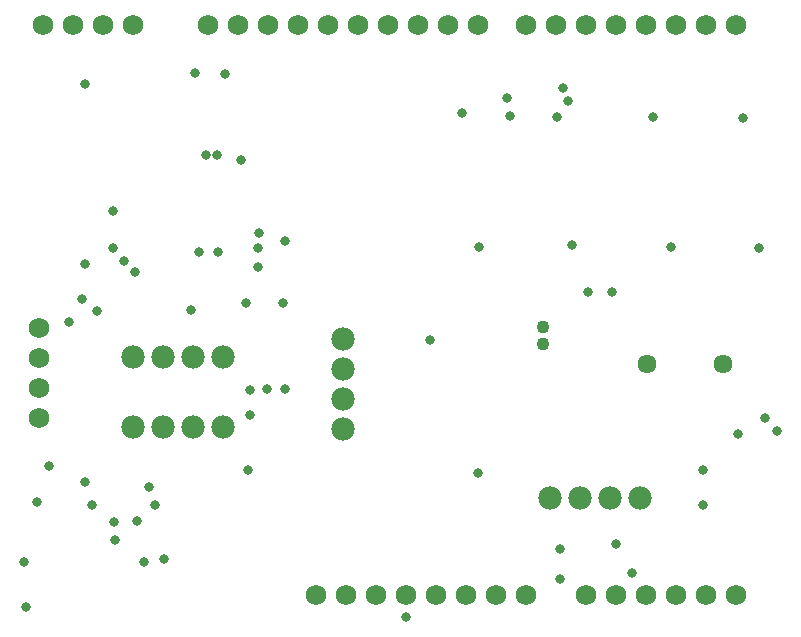
<source format=gbs>
G04*
G04 #@! TF.GenerationSoftware,Altium Limited,Altium Designer,22.1.2 (22)*
G04*
G04 Layer_Color=16711935*
%FSLAX25Y25*%
%MOIN*%
G70*
G04*
G04 #@! TF.SameCoordinates,9C9567F8-7803-4A2A-AD9E-191CB7A9E8FD*
G04*
G04*
G04 #@! TF.FilePolarity,Negative*
G04*
G01*
G75*
%ADD33C,0.07800*%
%ADD34C,0.06800*%
%ADD35C,0.06343*%
%ADD36C,0.04343*%
%ADD37C,0.03300*%
D33*
X208500Y43000D02*
D03*
X218500D02*
D03*
X188500D02*
D03*
X198500D02*
D03*
X69500Y66500D02*
D03*
X79500D02*
D03*
X49500D02*
D03*
X59500D02*
D03*
X69500Y90000D02*
D03*
X79500D02*
D03*
X49500D02*
D03*
X59500D02*
D03*
X119500Y76000D02*
D03*
Y66000D02*
D03*
Y96000D02*
D03*
Y86000D02*
D03*
D34*
X180500Y10500D02*
D03*
X170500D02*
D03*
X160500D02*
D03*
X150500D02*
D03*
X140500D02*
D03*
X130500D02*
D03*
X120500D02*
D03*
X110500D02*
D03*
X18000Y99500D02*
D03*
Y89500D02*
D03*
Y79500D02*
D03*
Y69500D02*
D03*
X19500Y200500D02*
D03*
X29500D02*
D03*
X39500D02*
D03*
X49500D02*
D03*
X164500D02*
D03*
X154500D02*
D03*
X144500D02*
D03*
X134500D02*
D03*
X124500D02*
D03*
X114500D02*
D03*
X104500D02*
D03*
X94500D02*
D03*
X84500D02*
D03*
X74500D02*
D03*
X250500D02*
D03*
X240500D02*
D03*
X230500D02*
D03*
X220500D02*
D03*
X210500D02*
D03*
X200500D02*
D03*
X190500D02*
D03*
X180500D02*
D03*
X250500Y10500D02*
D03*
X240500D02*
D03*
X230500D02*
D03*
X220500D02*
D03*
X210500D02*
D03*
X200500D02*
D03*
D35*
X220705Y87500D02*
D03*
X246295D02*
D03*
D36*
X186272Y99756D02*
D03*
Y94244D02*
D03*
D37*
X70000Y184500D02*
D03*
X210600Y27500D02*
D03*
X191900Y25900D02*
D03*
X251200Y64300D02*
D03*
X209000Y111600D02*
D03*
X194500Y175100D02*
D03*
X174000Y176200D02*
D03*
X100100Y128600D02*
D03*
X46400Y122000D02*
D03*
X37500Y105200D02*
D03*
X53000Y21400D02*
D03*
X100000Y79100D02*
D03*
X56800Y40600D02*
D03*
X43500Y28900D02*
D03*
X35700Y40500D02*
D03*
X148500Y95700D02*
D03*
X164400Y51200D02*
D03*
X77794Y124906D02*
D03*
X91400Y131300D02*
D03*
X239600Y52200D02*
D03*
X192900Y179700D02*
D03*
X159300Y171100D02*
D03*
X252800Y169700D02*
D03*
X222900Y170000D02*
D03*
X190900D02*
D03*
X28000Y101600D02*
D03*
X32600Y109100D02*
D03*
X42900Y126100D02*
D03*
X13800Y6500D02*
D03*
X42900Y138500D02*
D03*
X71400Y124900D02*
D03*
X50100Y118300D02*
D03*
X68900Y105600D02*
D03*
X88400Y70600D02*
D03*
X94100Y79100D02*
D03*
X175300Y170200D02*
D03*
X87800Y52100D02*
D03*
X88400Y79000D02*
D03*
X59800Y22500D02*
D03*
X50700Y35100D02*
D03*
X43200Y35000D02*
D03*
X13150Y21700D02*
D03*
X33500Y48100D02*
D03*
Y180800D02*
D03*
X77450Y157096D02*
D03*
X73958Y157329D02*
D03*
X91300Y126100D02*
D03*
Y119900D02*
D03*
X99500Y107900D02*
D03*
X260100Y69400D02*
D03*
X264100Y65100D02*
D03*
X54700Y46400D02*
D03*
X17400Y41600D02*
D03*
X21600Y53600D02*
D03*
X191830Y16037D02*
D03*
X239400Y40400D02*
D03*
X215800Y18000D02*
D03*
X80100Y184300D02*
D03*
X85600Y155600D02*
D03*
X201000Y111500D02*
D03*
X140450Y3250D02*
D03*
X258200Y126200D02*
D03*
X228700Y126500D02*
D03*
X195700Y127100D02*
D03*
X164800Y126700D02*
D03*
X33600Y120800D02*
D03*
X87000Y108000D02*
D03*
M02*

</source>
